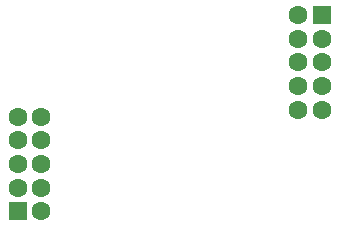
<source format=gbs>
G04*
G04 #@! TF.GenerationSoftware,Altium Limited,Altium Designer,18.1.7 (191)*
G04*
G04 Layer_Color=16711935*
%FSLAX24Y24*%
%MOIN*%
G70*
G01*
G75*
%ADD38C,0.0630*%
%ADD39R,0.0630X0.0630*%
D38*
X62805Y24409D02*
D03*
Y25197D02*
D03*
Y25984D02*
D03*
Y26772D02*
D03*
Y27559D02*
D03*
X63593Y24409D02*
D03*
Y25197D02*
D03*
Y25984D02*
D03*
Y26772D02*
D03*
X54232Y24173D02*
D03*
Y23386D02*
D03*
Y22598D02*
D03*
Y21811D02*
D03*
Y21024D02*
D03*
X53445Y24173D02*
D03*
Y23386D02*
D03*
Y22598D02*
D03*
Y21811D02*
D03*
D39*
X63593Y27559D02*
D03*
X53445Y21024D02*
D03*
M02*

</source>
